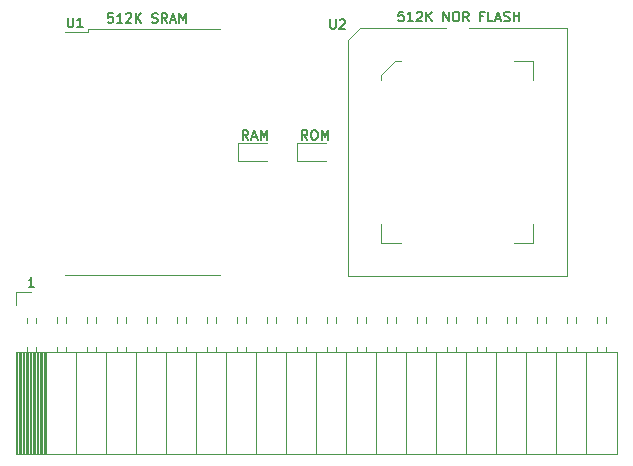
<source format=gbr>
G04 #@! TF.GenerationSoftware,KiCad,Pcbnew,(5.1.4-0-10_14)*
G04 #@! TF.CreationDate,2019-09-08T17:56:33-07:00*
G04 #@! TF.ProjectId,de10-lite-ram-rom,64653130-2d6c-4697-9465-2d72616d2d72,rev?*
G04 #@! TF.SameCoordinates,Original*
G04 #@! TF.FileFunction,Legend,Top*
G04 #@! TF.FilePolarity,Positive*
%FSLAX46Y46*%
G04 Gerber Fmt 4.6, Leading zero omitted, Abs format (unit mm)*
G04 Created by KiCad (PCBNEW (5.1.4-0-10_14)) date 2019-09-08 17:56:33*
%MOMM*%
%LPD*%
G04 APERTURE LIST*
%ADD10C,0.152400*%
%ADD11C,0.120000*%
%ADD12C,0.100000*%
G04 APERTURE END LIST*
D10*
X140281780Y-123684695D02*
X140010847Y-123297647D01*
X139817323Y-123684695D02*
X139817323Y-122871895D01*
X140126961Y-122871895D01*
X140204371Y-122910600D01*
X140243076Y-122949304D01*
X140281780Y-123026714D01*
X140281780Y-123142828D01*
X140243076Y-123220238D01*
X140204371Y-123258942D01*
X140126961Y-123297647D01*
X139817323Y-123297647D01*
X140591419Y-123452466D02*
X140978466Y-123452466D01*
X140514009Y-123684695D02*
X140784942Y-122871895D01*
X141055876Y-123684695D01*
X141326809Y-123684695D02*
X141326809Y-122871895D01*
X141597742Y-123452466D01*
X141868676Y-122871895D01*
X141868676Y-123684695D01*
X122152228Y-136130695D02*
X121687771Y-136130695D01*
X121920000Y-136130695D02*
X121920000Y-135317895D01*
X121842590Y-135434009D01*
X121765180Y-135511419D01*
X121687771Y-135550123D01*
X153412371Y-112838895D02*
X153025323Y-112838895D01*
X152986619Y-113225942D01*
X153025323Y-113187238D01*
X153102733Y-113148533D01*
X153296257Y-113148533D01*
X153373666Y-113187238D01*
X153412371Y-113225942D01*
X153451076Y-113303352D01*
X153451076Y-113496876D01*
X153412371Y-113574285D01*
X153373666Y-113612990D01*
X153296257Y-113651695D01*
X153102733Y-113651695D01*
X153025323Y-113612990D01*
X152986619Y-113574285D01*
X154225171Y-113651695D02*
X153760714Y-113651695D01*
X153992942Y-113651695D02*
X153992942Y-112838895D01*
X153915533Y-112955009D01*
X153838123Y-113032419D01*
X153760714Y-113071123D01*
X154534809Y-112916304D02*
X154573514Y-112877600D01*
X154650923Y-112838895D01*
X154844447Y-112838895D01*
X154921857Y-112877600D01*
X154960561Y-112916304D01*
X154999266Y-112993714D01*
X154999266Y-113071123D01*
X154960561Y-113187238D01*
X154496104Y-113651695D01*
X154999266Y-113651695D01*
X155347609Y-113651695D02*
X155347609Y-112838895D01*
X155812066Y-113651695D02*
X155463723Y-113187238D01*
X155812066Y-112838895D02*
X155347609Y-113303352D01*
X156779685Y-113651695D02*
X156779685Y-112838895D01*
X157244142Y-113651695D01*
X157244142Y-112838895D01*
X157786009Y-112838895D02*
X157940828Y-112838895D01*
X158018238Y-112877600D01*
X158095647Y-112955009D01*
X158134352Y-113109828D01*
X158134352Y-113380761D01*
X158095647Y-113535580D01*
X158018238Y-113612990D01*
X157940828Y-113651695D01*
X157786009Y-113651695D01*
X157708600Y-113612990D01*
X157631190Y-113535580D01*
X157592485Y-113380761D01*
X157592485Y-113109828D01*
X157631190Y-112955009D01*
X157708600Y-112877600D01*
X157786009Y-112838895D01*
X158947152Y-113651695D02*
X158676219Y-113264647D01*
X158482695Y-113651695D02*
X158482695Y-112838895D01*
X158792333Y-112838895D01*
X158869742Y-112877600D01*
X158908447Y-112916304D01*
X158947152Y-112993714D01*
X158947152Y-113109828D01*
X158908447Y-113187238D01*
X158869742Y-113225942D01*
X158792333Y-113264647D01*
X158482695Y-113264647D01*
X160185704Y-113225942D02*
X159914771Y-113225942D01*
X159914771Y-113651695D02*
X159914771Y-112838895D01*
X160301819Y-112838895D01*
X160998504Y-113651695D02*
X160611457Y-113651695D01*
X160611457Y-112838895D01*
X161230733Y-113419466D02*
X161617780Y-113419466D01*
X161153323Y-113651695D02*
X161424257Y-112838895D01*
X161695190Y-113651695D01*
X161927419Y-113612990D02*
X162043533Y-113651695D01*
X162237057Y-113651695D01*
X162314466Y-113612990D01*
X162353171Y-113574285D01*
X162391876Y-113496876D01*
X162391876Y-113419466D01*
X162353171Y-113342057D01*
X162314466Y-113303352D01*
X162237057Y-113264647D01*
X162082238Y-113225942D01*
X162004828Y-113187238D01*
X161966123Y-113148533D01*
X161927419Y-113071123D01*
X161927419Y-112993714D01*
X161966123Y-112916304D01*
X162004828Y-112877600D01*
X162082238Y-112838895D01*
X162275761Y-112838895D01*
X162391876Y-112877600D01*
X162740219Y-113651695D02*
X162740219Y-112838895D01*
X162740219Y-113225942D02*
X163204676Y-113225942D01*
X163204676Y-113651695D02*
X163204676Y-112838895D01*
X128796142Y-112965895D02*
X128409095Y-112965895D01*
X128370390Y-113352942D01*
X128409095Y-113314238D01*
X128486504Y-113275533D01*
X128680028Y-113275533D01*
X128757438Y-113314238D01*
X128796142Y-113352942D01*
X128834847Y-113430352D01*
X128834847Y-113623876D01*
X128796142Y-113701285D01*
X128757438Y-113739990D01*
X128680028Y-113778695D01*
X128486504Y-113778695D01*
X128409095Y-113739990D01*
X128370390Y-113701285D01*
X129608942Y-113778695D02*
X129144485Y-113778695D01*
X129376714Y-113778695D02*
X129376714Y-112965895D01*
X129299304Y-113082009D01*
X129221895Y-113159419D01*
X129144485Y-113198123D01*
X129918580Y-113043304D02*
X129957285Y-113004600D01*
X130034695Y-112965895D01*
X130228219Y-112965895D01*
X130305628Y-113004600D01*
X130344333Y-113043304D01*
X130383038Y-113120714D01*
X130383038Y-113198123D01*
X130344333Y-113314238D01*
X129879876Y-113778695D01*
X130383038Y-113778695D01*
X130731380Y-113778695D02*
X130731380Y-112965895D01*
X131195838Y-113778695D02*
X130847495Y-113314238D01*
X131195838Y-112965895D02*
X130731380Y-113430352D01*
X132124752Y-113739990D02*
X132240866Y-113778695D01*
X132434390Y-113778695D01*
X132511800Y-113739990D01*
X132550504Y-113701285D01*
X132589209Y-113623876D01*
X132589209Y-113546466D01*
X132550504Y-113469057D01*
X132511800Y-113430352D01*
X132434390Y-113391647D01*
X132279571Y-113352942D01*
X132202161Y-113314238D01*
X132163457Y-113275533D01*
X132124752Y-113198123D01*
X132124752Y-113120714D01*
X132163457Y-113043304D01*
X132202161Y-113004600D01*
X132279571Y-112965895D01*
X132473095Y-112965895D01*
X132589209Y-113004600D01*
X133402009Y-113778695D02*
X133131076Y-113391647D01*
X132937552Y-113778695D02*
X132937552Y-112965895D01*
X133247190Y-112965895D01*
X133324600Y-113004600D01*
X133363304Y-113043304D01*
X133402009Y-113120714D01*
X133402009Y-113236828D01*
X133363304Y-113314238D01*
X133324600Y-113352942D01*
X133247190Y-113391647D01*
X132937552Y-113391647D01*
X133711647Y-113546466D02*
X134098695Y-113546466D01*
X133634238Y-113778695D02*
X133905171Y-112965895D01*
X134176104Y-113778695D01*
X134447038Y-113778695D02*
X134447038Y-112965895D01*
X134717971Y-113546466D01*
X134988904Y-112965895D01*
X134988904Y-113778695D01*
X145284371Y-123684695D02*
X145013438Y-123297647D01*
X144819914Y-123684695D02*
X144819914Y-122871895D01*
X145129552Y-122871895D01*
X145206961Y-122910600D01*
X145245666Y-122949304D01*
X145284371Y-123026714D01*
X145284371Y-123142828D01*
X145245666Y-123220238D01*
X145206961Y-123258942D01*
X145129552Y-123297647D01*
X144819914Y-123297647D01*
X145787533Y-122871895D02*
X145942352Y-122871895D01*
X146019761Y-122910600D01*
X146097171Y-122988009D01*
X146135876Y-123142828D01*
X146135876Y-123413761D01*
X146097171Y-123568580D01*
X146019761Y-123645990D01*
X145942352Y-123684695D01*
X145787533Y-123684695D01*
X145710123Y-123645990D01*
X145632714Y-123568580D01*
X145594009Y-123413761D01*
X145594009Y-123142828D01*
X145632714Y-122988009D01*
X145710123Y-122910600D01*
X145787533Y-122871895D01*
X146484219Y-123684695D02*
X146484219Y-122871895D01*
X146755152Y-123452466D01*
X147026085Y-122871895D01*
X147026085Y-123684695D01*
D11*
X139437000Y-125449000D02*
X141897000Y-125449000D01*
X139437000Y-123979000D02*
X139437000Y-125449000D01*
X141897000Y-123979000D02*
X139437000Y-123979000D01*
X120590000Y-137668000D02*
X120590000Y-136558000D01*
X120590000Y-136558000D02*
X121920000Y-136558000D01*
X120590000Y-150298000D02*
X171510000Y-150298000D01*
X171510000Y-150298000D02*
X171510000Y-141668000D01*
X120590000Y-141668000D02*
X171510000Y-141668000D01*
X120590000Y-150298000D02*
X120590000Y-141668000D01*
X168910000Y-150298000D02*
X168910000Y-141668000D01*
X166370000Y-150298000D02*
X166370000Y-141668000D01*
X163830000Y-150298000D02*
X163830000Y-141668000D01*
X161290000Y-150298000D02*
X161290000Y-141668000D01*
X158750000Y-150298000D02*
X158750000Y-141668000D01*
X156210000Y-150298000D02*
X156210000Y-141668000D01*
X153670000Y-150298000D02*
X153670000Y-141668000D01*
X151130000Y-150298000D02*
X151130000Y-141668000D01*
X148590000Y-150298000D02*
X148590000Y-141668000D01*
X146050000Y-150298000D02*
X146050000Y-141668000D01*
X143510000Y-150298000D02*
X143510000Y-141668000D01*
X140970000Y-150298000D02*
X140970000Y-141668000D01*
X138430000Y-150298000D02*
X138430000Y-141668000D01*
X135890000Y-150298000D02*
X135890000Y-141668000D01*
X133350000Y-150298000D02*
X133350000Y-141668000D01*
X130810000Y-150298000D02*
X130810000Y-141668000D01*
X128270000Y-150298000D02*
X128270000Y-141668000D01*
X125730000Y-150298000D02*
X125730000Y-141668000D01*
X123190000Y-150298000D02*
X123190000Y-141668000D01*
X170540000Y-139158000D02*
X170540000Y-138718000D01*
X170540000Y-141668000D02*
X170540000Y-141258000D01*
X169820000Y-139158000D02*
X169820000Y-138718000D01*
X169820000Y-141668000D02*
X169820000Y-141258000D01*
X168000000Y-139158000D02*
X168000000Y-138718000D01*
X168000000Y-141668000D02*
X168000000Y-141258000D01*
X167280000Y-139158000D02*
X167280000Y-138718000D01*
X167280000Y-141668000D02*
X167280000Y-141258000D01*
X165460000Y-139158000D02*
X165460000Y-138718000D01*
X165460000Y-141668000D02*
X165460000Y-141258000D01*
X164740000Y-139158000D02*
X164740000Y-138718000D01*
X164740000Y-141668000D02*
X164740000Y-141258000D01*
X162920000Y-139158000D02*
X162920000Y-138718000D01*
X162920000Y-141668000D02*
X162920000Y-141258000D01*
X162200000Y-139158000D02*
X162200000Y-138718000D01*
X162200000Y-141668000D02*
X162200000Y-141258000D01*
X160380000Y-139158000D02*
X160380000Y-138718000D01*
X160380000Y-141668000D02*
X160380000Y-141258000D01*
X159660000Y-139158000D02*
X159660000Y-138718000D01*
X159660000Y-141668000D02*
X159660000Y-141258000D01*
X157840000Y-139158000D02*
X157840000Y-138718000D01*
X157840000Y-141668000D02*
X157840000Y-141258000D01*
X157120000Y-139158000D02*
X157120000Y-138718000D01*
X157120000Y-141668000D02*
X157120000Y-141258000D01*
X155300000Y-139158000D02*
X155300000Y-138718000D01*
X155300000Y-141668000D02*
X155300000Y-141258000D01*
X154580000Y-139158000D02*
X154580000Y-138718000D01*
X154580000Y-141668000D02*
X154580000Y-141258000D01*
X152760000Y-139158000D02*
X152760000Y-138718000D01*
X152760000Y-141668000D02*
X152760000Y-141258000D01*
X152040000Y-139158000D02*
X152040000Y-138718000D01*
X152040000Y-141668000D02*
X152040000Y-141258000D01*
X150220000Y-139158000D02*
X150220000Y-138718000D01*
X150220000Y-141668000D02*
X150220000Y-141258000D01*
X149500000Y-139158000D02*
X149500000Y-138718000D01*
X149500000Y-141668000D02*
X149500000Y-141258000D01*
X147680000Y-139158000D02*
X147680000Y-138718000D01*
X147680000Y-141668000D02*
X147680000Y-141258000D01*
X146960000Y-139158000D02*
X146960000Y-138718000D01*
X146960000Y-141668000D02*
X146960000Y-141258000D01*
X145140000Y-139158000D02*
X145140000Y-138718000D01*
X145140000Y-141668000D02*
X145140000Y-141258000D01*
X144420000Y-139158000D02*
X144420000Y-138718000D01*
X144420000Y-141668000D02*
X144420000Y-141258000D01*
X142600000Y-139158000D02*
X142600000Y-138718000D01*
X142600000Y-141668000D02*
X142600000Y-141258000D01*
X141880000Y-139158000D02*
X141880000Y-138718000D01*
X141880000Y-141668000D02*
X141880000Y-141258000D01*
X140060000Y-139158000D02*
X140060000Y-138718000D01*
X140060000Y-141668000D02*
X140060000Y-141258000D01*
X139340000Y-139158000D02*
X139340000Y-138718000D01*
X139340000Y-141668000D02*
X139340000Y-141258000D01*
X137520000Y-139158000D02*
X137520000Y-138718000D01*
X137520000Y-141668000D02*
X137520000Y-141258000D01*
X136800000Y-139158000D02*
X136800000Y-138718000D01*
X136800000Y-141668000D02*
X136800000Y-141258000D01*
X134980000Y-139158000D02*
X134980000Y-138718000D01*
X134980000Y-141668000D02*
X134980000Y-141258000D01*
X134260000Y-139158000D02*
X134260000Y-138718000D01*
X134260000Y-141668000D02*
X134260000Y-141258000D01*
X132440000Y-139158000D02*
X132440000Y-138718000D01*
X132440000Y-141668000D02*
X132440000Y-141258000D01*
X131720000Y-139158000D02*
X131720000Y-138718000D01*
X131720000Y-141668000D02*
X131720000Y-141258000D01*
X129900000Y-139158000D02*
X129900000Y-138718000D01*
X129900000Y-141668000D02*
X129900000Y-141258000D01*
X129180000Y-139158000D02*
X129180000Y-138718000D01*
X129180000Y-141668000D02*
X129180000Y-141258000D01*
X127360000Y-139158000D02*
X127360000Y-138718000D01*
X127360000Y-141668000D02*
X127360000Y-141258000D01*
X126640000Y-139158000D02*
X126640000Y-138718000D01*
X126640000Y-141668000D02*
X126640000Y-141258000D01*
X124820000Y-139158000D02*
X124820000Y-138718000D01*
X124820000Y-141668000D02*
X124820000Y-141258000D01*
X124100000Y-139158000D02*
X124100000Y-138718000D01*
X124100000Y-141668000D02*
X124100000Y-141258000D01*
X122280000Y-139158000D02*
X122280000Y-138778000D01*
X122280000Y-141668000D02*
X122280000Y-141258000D01*
X121560000Y-139158000D02*
X121560000Y-138778000D01*
X121560000Y-141668000D02*
X121560000Y-141258000D01*
X123071900Y-150298000D02*
X123071900Y-141668000D01*
X122953805Y-150298000D02*
X122953805Y-141668000D01*
X122835710Y-150298000D02*
X122835710Y-141668000D01*
X122717615Y-150298000D02*
X122717615Y-141668000D01*
X122599520Y-150298000D02*
X122599520Y-141668000D01*
X122481425Y-150298000D02*
X122481425Y-141668000D01*
X122363330Y-150298000D02*
X122363330Y-141668000D01*
X122245235Y-150298000D02*
X122245235Y-141668000D01*
X122127140Y-150298000D02*
X122127140Y-141668000D01*
X122009045Y-150298000D02*
X122009045Y-141668000D01*
X121890950Y-150298000D02*
X121890950Y-141668000D01*
X121772855Y-150298000D02*
X121772855Y-141668000D01*
X121654760Y-150298000D02*
X121654760Y-141668000D01*
X121536665Y-150298000D02*
X121536665Y-141668000D01*
X121418570Y-150298000D02*
X121418570Y-141668000D01*
X121300475Y-150298000D02*
X121300475Y-141668000D01*
X121182380Y-150298000D02*
X121182380Y-141668000D01*
X121064285Y-150298000D02*
X121064285Y-141668000D01*
X120946190Y-150298000D02*
X120946190Y-141668000D01*
X120828095Y-150298000D02*
X120828095Y-141668000D01*
X120710000Y-150298000D02*
X120710000Y-141668000D01*
X156988000Y-114189000D02*
X149748000Y-114189000D01*
X149748000Y-114189000D02*
X148748000Y-115189000D01*
X148748000Y-115189000D02*
X148748000Y-135239000D01*
X148748000Y-135239000D02*
X167228000Y-135239000D01*
X167228000Y-135239000D02*
X167228000Y-114189000D01*
X167228000Y-114189000D02*
X158988000Y-114189000D01*
D12*
X153203000Y-117009000D02*
X152703000Y-117009000D01*
X152703000Y-117009000D02*
X151553000Y-118159000D01*
X151553000Y-118159000D02*
X151553000Y-118659000D01*
X162773000Y-117009000D02*
X164423000Y-117009000D01*
X164423000Y-117009000D02*
X164423000Y-118659000D01*
X153203000Y-132419000D02*
X151553000Y-132419000D01*
X151553000Y-132419000D02*
X151553000Y-130769000D01*
X162773000Y-132419000D02*
X164423000Y-132419000D01*
X164423000Y-132419000D02*
X164423000Y-130769000D01*
D11*
X126718000Y-114514000D02*
X124718000Y-114514000D01*
X124718000Y-135114000D02*
X137918000Y-135114000D01*
X126718000Y-114314000D02*
X137918000Y-114314000D01*
X126718000Y-114314000D02*
X126718000Y-114514000D01*
X144390000Y-125449000D02*
X146850000Y-125449000D01*
X144390000Y-123979000D02*
X144390000Y-125449000D01*
X146850000Y-123979000D02*
X144390000Y-123979000D01*
D10*
X147208723Y-113473895D02*
X147208723Y-114131876D01*
X147247428Y-114209285D01*
X147286133Y-114247990D01*
X147363542Y-114286695D01*
X147518361Y-114286695D01*
X147595771Y-114247990D01*
X147634476Y-114209285D01*
X147673180Y-114131876D01*
X147673180Y-113473895D01*
X148021523Y-113551304D02*
X148060228Y-113512600D01*
X148137638Y-113473895D01*
X148331161Y-113473895D01*
X148408571Y-113512600D01*
X148447276Y-113551304D01*
X148485980Y-113628714D01*
X148485980Y-113706123D01*
X148447276Y-113822238D01*
X147982819Y-114286695D01*
X148485980Y-114286695D01*
X124983723Y-113346895D02*
X124983723Y-114004876D01*
X125022428Y-114082285D01*
X125061133Y-114120990D01*
X125138542Y-114159695D01*
X125293361Y-114159695D01*
X125370771Y-114120990D01*
X125409476Y-114082285D01*
X125448180Y-114004876D01*
X125448180Y-113346895D01*
X126260980Y-114159695D02*
X125796523Y-114159695D01*
X126028752Y-114159695D02*
X126028752Y-113346895D01*
X125951342Y-113463009D01*
X125873933Y-113540419D01*
X125796523Y-113579123D01*
M02*

</source>
